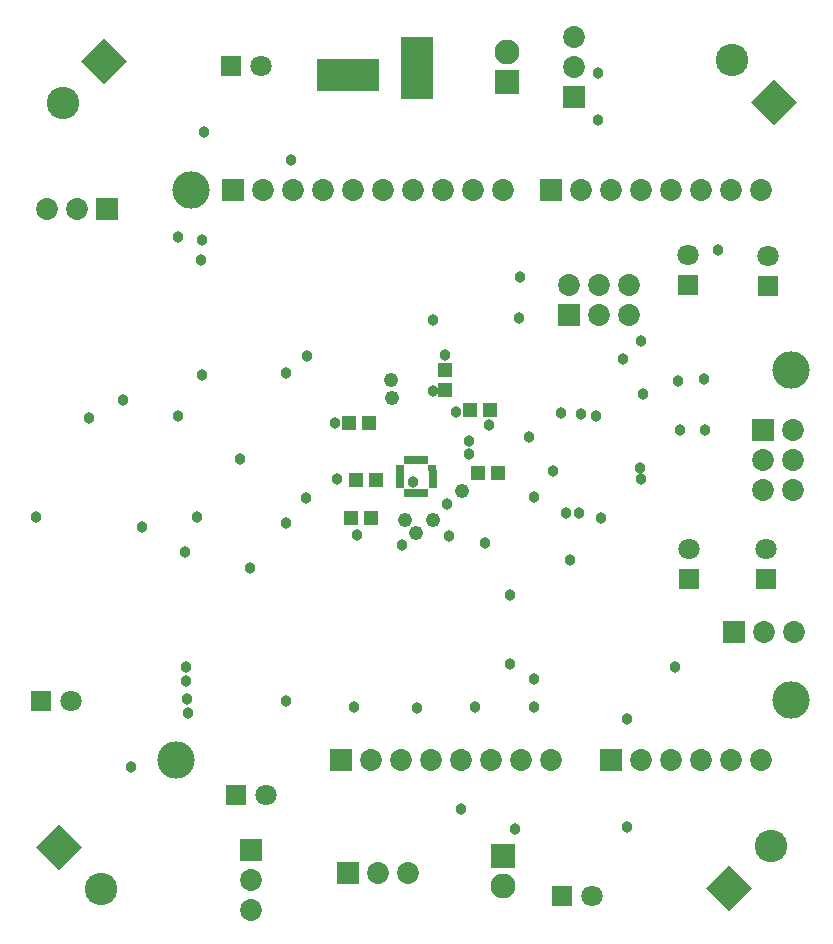
<source format=gbr>
G04 DipTrace 2.2.0.9*
%INBottomMaskAF.gbr*%
%MOIN*%
%ADD57C,0.125*%
%ADD60C,0.038*%
%ADD62R,0.0198X0.0257*%
%ADD64R,0.0257X0.0198*%
%ADD81C,0.048*%
%ADD87C,0.108*%
%ADD91C,0.083*%
%ADD92R,0.083X0.083*%
%ADD94R,0.208X0.108*%
%ADD98R,0.108X0.208*%
%ADD102C,0.073*%
%ADD104R,0.073X0.073*%
%ADD108C,0.071*%
%ADD110R,0.071X0.071*%
%ADD114R,0.0474X0.0513*%
%ADD116R,0.0513X0.0474*%
%FSLAX44Y44*%
%SFA1B1*%
%OFA0B0*%
G04*
G70*
G90*
G75*
G01*
%LNBotMask*%
%LPD*%
D60*
X17460Y11652D3*
X15383Y11680D3*
X16973Y17092D3*
X21999Y19578D3*
X19408Y11682D3*
X21387Y11696D3*
X9813Y11951D3*
X22447Y18163D3*
X22860Y18159D3*
X9841Y11498D3*
X22937Y21454D3*
X24938Y23893D3*
X20578Y13122D3*
Y15435D3*
X22581Y16591D3*
X15483Y17445D3*
X18540Y17390D3*
X18403Y23418D3*
X17328Y19208D3*
X18468Y18474D3*
X18775Y21540D3*
X18010Y22244D3*
X19199Y20565D3*
X19219Y20141D3*
X21193Y20704D3*
X7683Y21920D3*
X10129Y18024D3*
X14795Y19290D3*
X8288Y17708D3*
X11903Y16344D3*
X14740Y21163D3*
X21377Y18685D3*
X13793Y23408D3*
X13755Y18649D3*
X11555Y19966D3*
X18008Y24592D3*
X9784Y12574D3*
Y13029D3*
X13094Y22845D3*
Y17838D3*
X18940Y8302D3*
X19752Y17170D3*
X23442Y21411D3*
X22258Y21494D3*
X24323Y23284D3*
X4771Y18024D3*
X19880Y21087D3*
X9728Y16867D3*
X24472Y11305D3*
X7925Y9683D3*
X9501Y27357D3*
X10257Y26585D3*
X10300Y27263D3*
X21385Y12645D3*
X10296Y22748D3*
X20754Y7631D3*
X24456Y7704D3*
X27059Y20936D3*
X9492Y21398D3*
X6549Y21340D3*
X24925Y19311D3*
X20892Y26033D3*
X26084Y13038D3*
X24915Y19676D3*
X24992Y22118D3*
X23591Y17990D3*
X27520Y26943D3*
X13109Y11904D3*
X20871Y24653D3*
X26187Y22557D3*
X26234Y20945D3*
X27022Y22622D3*
X23504Y32823D3*
X23496Y31260D3*
X10364Y30850D3*
X13262Y29937D3*
D116*
X19489Y19493D3*
X20159D3*
X15875Y21155D3*
X15206D3*
X15941Y17980D3*
X15272D3*
D110*
X22309Y5411D3*
D108*
X23309D3*
D110*
X11438Y8752D3*
D108*
X12438D3*
D110*
X29180Y25739D3*
D108*
Y26739D3*
D110*
X11260Y33067D3*
D108*
X12260D3*
D116*
X16102Y19272D3*
X15433D3*
D110*
X4932Y11890D3*
D108*
X5932D3*
D110*
X29104Y15972D3*
D108*
Y16972D3*
D110*
X26510Y25748D3*
D108*
Y26748D3*
D110*
X26522Y15961D3*
D108*
Y16961D3*
D104*
X11340Y28940D3*
D102*
X12340D3*
X13340D3*
X14340D3*
X15340D3*
X16340D3*
X17340D3*
X18340D3*
X19340D3*
X20340D3*
D104*
X14940Y9940D3*
D102*
X15940D3*
X16940D3*
X17940D3*
X18940D3*
X19940D3*
X20940D3*
X21940D3*
D104*
Y28940D3*
D102*
X22940D3*
X23940D3*
X24940D3*
X25940D3*
X26940D3*
X27940D3*
X28940D3*
D104*
X23940Y9940D3*
D102*
X24940D3*
X25940D3*
X26940D3*
X27940D3*
X28940D3*
D104*
X28995Y20920D3*
D102*
Y19920D3*
Y18920D3*
X29995D3*
Y19920D3*
Y20920D3*
D104*
X22531Y24776D3*
D102*
X23531D3*
X24531D3*
Y25776D3*
X23531D3*
X22531D3*
D98*
X17482Y32996D3*
D94*
X15169Y32746D3*
D92*
X20466Y32535D3*
D91*
Y33535D3*
D92*
X20321Y6732D3*
D91*
Y5732D3*
D57*
X29940Y22940D3*
X9440Y9940D3*
X9940Y28940D3*
X29940Y11940D3*
D104*
X28051Y14200D3*
D102*
X29051D3*
X30051D3*
D104*
X22692Y32043D3*
D102*
Y33043D3*
Y34043D3*
D104*
X11940Y6940D3*
D102*
Y5940D3*
Y4940D3*
D104*
X7124Y28287D3*
D102*
X6124D3*
X5124D3*
G36*
X28647Y5673D2*
X27883Y4910D1*
X27120Y5673D1*
X27883Y6437D1*
X28647Y5673D1*
G37*
D87*
X29272Y7062D3*
G36*
X29369Y32637D2*
X30133Y31873D1*
X29369Y31109D1*
X28605Y31873D1*
X29369Y32637D1*
G37*
D87*
X27980Y33262D3*
G36*
X5535Y7777D2*
X6299Y7014D1*
X5535Y6250D1*
X4772Y7014D1*
X5535Y7777D1*
G37*
D87*
X6924Y5625D3*
G36*
X6282Y33217D2*
X7046Y33981D1*
X7809Y33217D1*
X7046Y32453D1*
X6282Y33217D1*
G37*
D87*
X5657Y31828D3*
D116*
X19239Y21579D3*
X19908D3*
D114*
X18396Y22267D3*
Y22937D3*
D104*
X15165Y6149D3*
D102*
X16165D3*
X17165D3*
D81*
X18966Y18911D3*
X18000Y17930D3*
X17451Y17495D3*
X17069Y17913D3*
X16638Y22003D3*
X16620Y22590D3*
D64*
X17984Y19676D3*
X17988Y19480D3*
Y19283D3*
Y19086D3*
D62*
X17735Y18833D3*
X17538D3*
X17341D3*
X17144D3*
D64*
X16891Y19086D3*
Y19283D3*
Y19480D3*
Y19676D3*
D62*
X17144Y19930D3*
X17341D3*
X17538D3*
X17735D3*
M02*

</source>
